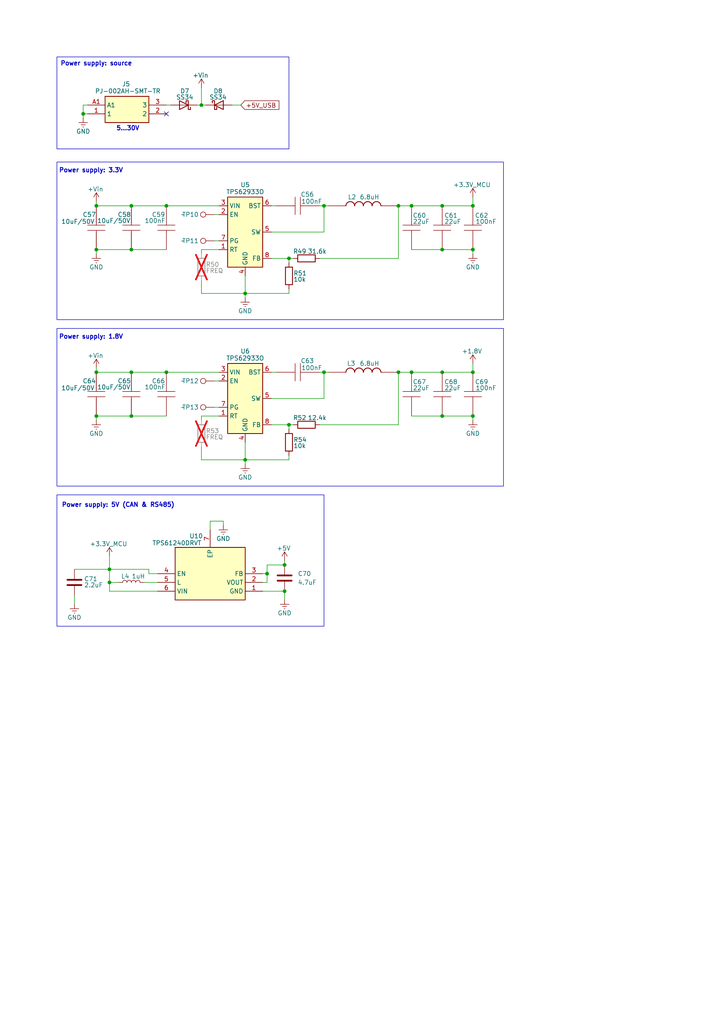
<source format=kicad_sch>
(kicad_sch (version 20231120) (generator "eeschema") (generator_version "8.0")
  (paper "A4" portrait)
  (lib_symbols
    (symbol "Connector:TestPoint" (pin_numbers hide) (pin_names (offset 0.762) hide)
      (property "Reference" "TP" (at 0 6.858 0))
      (property "Value" "TestPoint" (at 0 5.08 0))
      (symbol "TestPoint_0_1"
        (circle (center 0 3.302) (radius 0.762))
      )
      (symbol "TestPoint_1_1"
        (pin passive line (at 0 0 90) (length 2.54) (name "1") (number "1"))
      )
    )
    (symbol "Device:C" (pin_numbers hide) (pin_names (offset 0.254))
      (property "Reference" "C" (at 0.635 2.54 0))
      (property "Value" "C" (at 0.635 -2.54 0))
      (symbol "C_0_1"
        (polyline (pts (xy -2.032 -0.762) (xy 2.032 -0.762)) (stroke (width 0.508)))
        (polyline (pts (xy -2.032 0.762) (xy 2.032 0.762)) (stroke (width 0.508)))
      )
      (symbol "C_1_1"
        (pin passive line (at 0 3.81 270) (length 2.794) (name "~") (number "1"))
        (pin passive line (at 0 -3.81 90) (length 2.794) (name "~") (number "2"))
      )
    )
    (symbol "Device:L" (pin_numbers hide) (pin_names (offset 1.016) hide)
      (property "Reference" "L" (at -1.27 0 90))
      (property "Value" "L" (at 1.905 0 90))
      (symbol "L_0_1"
        (arc (start 0 -2.54) (mid 0.6323 -1.905) (end 0 -1.27))
        (arc (start 0 -1.27) (mid 0.6323 -0.635) (end 0 0))
        (arc (start 0 0) (mid 0.6323 0.635) (end 0 1.27))
        (arc (start 0 1.27) (mid 0.6323 1.905) (end 0 2.54))
      )
      (symbol "L_1_1"
        (pin passive line (at 0 3.81 270) (length 1.27) (name "1") (number "1"))
        (pin passive line (at 0 -3.81 90) (length 1.27) (name "2") (number "2"))
      )
    )
    (symbol "Device:R" (pin_numbers hide) (pin_names (offset 0))
      (property "Reference" "R" (at 2.032 0 90))
      (property "Value" "R" (at 0 0 90))
      (symbol "R_0_1"
        (rectangle (start -1.016 -2.54) (end 1.016 2.54) (stroke (width 0.254)))
      )
      (symbol "R_1_1"
        (pin passive line (at 0 3.81 270) (length 1.27) (name "~") (number "1"))
        (pin passive line (at 0 -3.81 90) (length 1.27) (name "~") (number "2"))
      )
    )
    (symbol "Diode:SS34" (pin_numbers hide) (pin_names (offset 1.016) hide)
      (property "Reference" "D" (at 0 2.54 0))
      (property "Value" "SS34" (at 0 -2.54 0))
      (symbol "SS34_0_1"
        (polyline (pts (xy 1.27 0) (xy -1.27 0)))
        (polyline (pts (xy 1.27 1.27) (xy 1.27 -1.27) (xy -1.27 0) (xy 1.27 1.27)) (stroke (width 0.254)))
        (polyline (pts (xy -1.905 0.635) (xy -1.905 1.27) (xy -1.27 1.27) (xy -1.27 -1.27) (xy -0.635 -1.27) (xy -0.635 -0.635)) (stroke (width 0.254)))
      )
      (symbol "SS34_1_1"
        (pin passive line (at -3.81 0 0) (length 2.54) (name "K") (number "1"))
        (pin passive line (at 3.81 0 180) (length 2.54) (name "A") (number "2"))
      )
    )
    (symbol "RA8M1:74438357068" (pin_numbers hide) (pin_names hide)
      (property "Reference" "L" (at 16.51 6.35 0))
      (property "Value" "74438357068" (at 16.51 3.81 0))
      (symbol "74438357068_1_1"
        (arc (start 7.62 0) (mid 6.35 1.219) (end 5.08 0) (stroke (width 0.254)))
        (arc (start 10.16 0) (mid 8.89 1.219) (end 7.62 0) (stroke (width 0.254)))
        (arc (start 12.7 0) (mid 11.43 1.219) (end 10.16 0) (stroke (width 0.254)))
        (arc (start 15.24 0) (mid 13.97 1.219) (end 12.7 0) (stroke (width 0.254)))
        (pin passive line (at 0 0 0) (length 5.08) (name "1") (number "1"))
        (pin passive line (at 20.32 0 180) (length 5.08) (name "2") (number "2"))
      )
    )
    (symbol "RA8M1:885012205092" (pin_numbers hide) (pin_names (offset 0.762))
      (property "Reference" "C" (at 8.89 6.35 0))
      (property "Value" "885012205092" (at 8.89 3.81 0))
      (symbol "885012205092_0_0"
        (pin passive line (at 0 0 0) (length 5.08) (name "~") (number "1"))
        (pin passive line (at 12.7 0 180) (length 5.08) (name "~") (number "2"))
      )
      (symbol "885012205092_0_1"
        (polyline (pts (xy 5.08 0) (xy 5.588 0)) (stroke (width 0.1524)))
        (polyline (pts (xy 5.588 2.54) (xy 5.588 -2.54)) (stroke (width 0.1524)))
        (polyline (pts (xy 7.112 0) (xy 7.62 0)) (stroke (width 0.1524)))
        (polyline (pts (xy 7.112 2.54) (xy 7.112 -2.54)) (stroke (width 0.1524)))
      )
    )
    (symbol "RA8M1:PJ-002AH-SMT-TR"
      (property "Reference" "J" (at 19.05 7.62 0))
      (property "Value" "PJ-002AH-SMT-TR" (at 19.05 5.08 0))
      (symbol "PJ-002AH-SMT-TR_1_1"
        (rectangle (start 5.08 2.54) (end 17.78 -5.08) (stroke (width 0.254)) (fill (type background)))
        (pin passive line (at 0 -2.54 0) (length 5.08) (name "1") (number "1"))
        (pin passive line (at 22.86 -2.54 180) (length 5.08) (name "2") (number "2"))
        (pin passive line (at 22.86 0 180) (length 5.08) (name "3") (number "3"))
        (pin passive line (at 0 0 0) (length 5.08) (name "A1") (number "A1"))
      )
    )
    (symbol "RA8M1:TPS61240DRVT"
      (property "Reference" "IC" (at 26.67 7.62 0))
      (property "Value" "TPS61240DRVT" (at 26.67 5.08 0))
      (symbol "TPS61240DRVT_1_1"
        (rectangle (start 5.08 2.54) (end 25.4 -12.7) (stroke (width 0.254)) (fill (type background)))
        (pin passive line (at 0 0 0) (length 5.08) (name "GND") (number "1"))
        (pin passive line (at 0 -2.54 0) (length 5.08) (name "VOUT") (number "2"))
        (pin passive line (at 0 -5.08 0) (length 5.08) (name "FB") (number "3"))
        (pin passive line (at 30.48 -5.08 180) (length 5.08) (name "EN") (number "4"))
        (pin passive line (at 30.48 -2.54 180) (length 5.08) (name "L") (number "5"))
        (pin passive line (at 30.48 0 180) (length 5.08) (name "VIN") (number "6"))
        (pin passive line (at 15.24 -17.78 90) (length 5.08) (name "EP") (number "7"))
      )
    )
    (symbol "Regulator_Switching:TPS62933O"
      (property "Reference" "U" (at 0 13.97 0))
      (property "Value" "TPS62933O" (at 0 11.43 0))
      (symbol "TPS62933O_0_1"
        (rectangle (start -5.08 10.16) (end 5.08 -10.16) (stroke (width 0.254)) (fill (type background)))
      )
      (symbol "TPS62933O_1_1"
        (pin passive line (at -7.62 -5.08 0) (length 2.54) (name "RT") (number "1"))
        (pin input line (at -7.62 5.08 0) (length 2.54) (name "EN") (number "2"))
        (pin power_in line (at -7.62 7.62 0) (length 2.54) (name "VIN") (number "3"))
        (pin power_in line (at 0 -12.7 90) (length 2.54) (name "GND") (number "4"))
        (pin output line (at 7.62 0 180) (length 2.54) (name "SW") (number "5"))
        (pin passive line (at 7.62 7.62 180) (length 2.54) (name "BST") (number "6"))
        (pin open_collector line (at -7.62 -2.54 0) (length 2.54) (name "PG") (number "7"))
        (pin input line (at 7.62 -7.62 180) (length 2.54) (name "FB") (number "8"))
      )
    )
    (symbol "power:+3.3V" (power) (pin_numbers hide) (pin_names (offset 0) hide)
      (property "Value" "+3.3V" (at 0 3.556 0))
      (symbol "+3.3V_0_1"
        (polyline (pts (xy -0.762 1.27) (xy 0 2.54)))
        (polyline (pts (xy 0 0) (xy 0 2.54)))
        (polyline (pts (xy 0 2.54) (xy 0.762 1.27)))
      )
      (symbol "+3.3V_1_1"
        (pin power_in line (at 0 0 90) (length 0) (name "~") (number "1"))
      )
    )
    (symbol "power:Earth" (power) (pin_numbers hide) (pin_names (offset 0) hide)
      (property "Value" "Earth" (at 0 -3.81 0))
      (symbol "Earth_0_1"
        (polyline (pts (xy -0.635 -1.905) (xy 0.635 -1.905)))
        (polyline (pts (xy -0.127 -2.54) (xy 0.127 -2.54)))
        (polyline (pts (xy 0 -1.27) (xy 0 0)))
        (polyline (pts (xy 1.27 -1.27) (xy -1.27 -1.27)))
      )
      (symbol "Earth_1_1"
        (pin power_in line (at 0 0 270) (length 0) (name "~") (number "1"))
      )
    )
  )
  (junction (at 38.1 59.69))
  (junction (at 24.13 33.02))
  (junction (at 38.1 107.95))
  (junction (at 31.75 168.91))
  (junction (at 27.94 72.39))
  (junction (at 82.55 163.83))
  (junction (at 93.98 107.95))
  (junction (at 128.27 72.39))
  (junction (at 93.98 59.69))
  (junction (at 82.55 171.45))
  (junction (at 115.57 59.69))
  (junction (at 27.94 59.69))
  (junction (at 119.38 107.95))
  (junction (at 137.16 120.65))
  (junction (at 119.38 59.69))
  (junction (at 38.1 120.65))
  (junction (at 31.75 165.1))
  (junction (at 128.27 107.95))
  (junction (at 83.82 123.19))
  (junction (at 58.42 30.48))
  (junction (at 128.27 59.69))
  (junction (at 27.94 107.95))
  (junction (at 71.12 85.09))
  (junction (at 77.47 166.37))
  (junction (at 137.16 59.69))
  (junction (at 83.82 74.93))
  (junction (at 48.26 107.95))
  (junction (at 38.1 72.39))
  (junction (at 128.27 120.65))
  (junction (at 27.94 120.65))
  (junction (at 71.12 133.35))
  (junction (at 137.16 107.95))
  (junction (at 48.26 59.69))
  (junction (at 137.16 72.39))
  (junction (at 115.57 107.95))
  (no_connect (at 48.26 33.02))
  (wire (pts (xy 71.12 80.01) (xy 71.12 85.09)))
  (wire (pts (xy 31.75 161.29) (xy 31.75 165.1)))
  (wire (pts (xy 58.42 30.48) (xy 59.69 30.48)))
  (wire (pts (xy 48.26 59.69) (xy 63.5 59.69)))
  (wire (pts (xy 43.18 166.37) (xy 45.72 166.37)))
  (wire (pts (xy 48.26 107.95) (xy 63.5 107.95)))
  (wire (pts (xy 67.31 30.48) (xy 69.85 30.48)))
  (wire (pts (xy 71.12 133.35) (xy 71.12 134.62)))
  (wire (pts (xy 58.42 120.65) (xy 58.42 121.92)))
  (wire (pts (xy 27.94 72.39) (xy 27.94 73.66)))
  (wire (pts (xy 83.82 132.08) (xy 83.82 133.35)))
  (wire (pts (xy 27.94 120.65) (xy 38.1 120.65)))
  (wire (pts (xy 137.16 120.65) (xy 137.16 121.92)))
  (wire (pts (xy 83.82 123.19) (xy 85.09 123.19)))
  (wire (pts (xy 137.16 72.39) (xy 137.16 73.66)))
  (wire (pts (xy 24.13 33.02) (xy 24.13 34.29)))
  (wire (pts (xy 77.47 168.91) (xy 76.2 168.91)))
  (wire (pts (xy 83.82 74.93) (xy 83.82 76.2)))
  (wire (pts (xy 27.94 106.68) (xy 27.94 107.95)))
  (wire (pts (xy 76.2 166.37) (xy 77.47 166.37)))
  (wire (pts (xy 27.94 58.42) (xy 27.94 59.69)))
  (wire (pts (xy 115.57 107.95) (xy 119.38 107.95)))
  (wire (pts (xy 31.75 165.1) (xy 31.75 168.91)))
  (wire (pts (xy 119.38 72.39) (xy 128.27 72.39)))
  (wire (pts (xy 128.27 59.69) (xy 137.16 59.69)))
  (wire (pts (xy 71.12 85.09) (xy 71.12 86.36)))
  (wire (pts (xy 27.94 120.65) (xy 27.94 121.92)))
  (wire (pts (xy 58.42 120.65) (xy 63.5 120.65)))
  (wire (pts (xy 38.1 120.65) (xy 48.26 120.65)))
  (wire (pts (xy 95.25 107.95) (xy 93.98 107.95)))
  (wire (pts (xy 58.42 30.48) (xy 57.15 30.48)))
  (wire (pts (xy 60.96 153.67) (xy 60.96 151.13)))
  (wire (pts (xy 58.42 72.39) (xy 63.5 72.39)))
  (wire (pts (xy 92.71 123.19) (xy 115.57 123.19)))
  (wire (pts (xy 83.82 85.09) (xy 71.12 85.09)))
  (wire (pts (xy 119.38 59.69) (xy 128.27 59.69)))
  (wire (pts (xy 25.4 33.02) (xy 24.13 33.02)))
  (wire (pts (xy 77.47 166.37) (xy 77.47 168.91)))
  (wire (pts (xy 58.42 133.35) (xy 71.12 133.35)))
  (wire (pts (xy 31.75 168.91) (xy 34.29 168.91)))
  (wire (pts (xy 27.94 72.39) (xy 38.1 72.39)))
  (wire (pts (xy 31.75 171.45) (xy 31.75 168.91)))
  (wire (pts (xy 93.98 107.95) (xy 92.71 107.95)))
  (wire (pts (xy 128.27 120.65) (xy 137.16 120.65)))
  (wire (pts (xy 21.59 165.1) (xy 31.75 165.1)))
  (wire (pts (xy 58.42 129.54) (xy 58.42 133.35)))
  (wire (pts (xy 82.55 162.56) (xy 82.55 163.83)))
  (wire (pts (xy 128.27 72.39) (xy 137.16 72.39)))
  (wire (pts (xy 83.82 133.35) (xy 71.12 133.35)))
  (wire (pts (xy 27.94 59.69) (xy 38.1 59.69)))
  (wire (pts (xy 78.74 107.95) (xy 80.01 107.95)))
  (wire (pts (xy 93.98 115.57) (xy 93.98 107.95)))
  (wire (pts (xy 76.2 171.45) (xy 82.55 171.45)))
  (wire (pts (xy 45.72 171.45) (xy 31.75 171.45)))
  (wire (pts (xy 78.74 74.93) (xy 83.82 74.93)))
  (wire (pts (xy 115.57 74.93) (xy 115.57 59.69)))
  (wire (pts (xy 38.1 72.39) (xy 48.26 72.39)))
  (wire (pts (xy 25.4 30.48) (xy 24.13 30.48)))
  (wire (pts (xy 119.38 120.65) (xy 128.27 120.65)))
  (wire (pts (xy 78.74 67.31) (xy 93.98 67.31)))
  (wire (pts (xy 115.57 59.69) (xy 119.38 59.69)))
  (wire (pts (xy 71.12 128.27) (xy 71.12 133.35)))
  (wire (pts (xy 62.23 62.23) (xy 63.5 62.23)))
  (wire (pts (xy 78.74 115.57) (xy 93.98 115.57)))
  (wire (pts (xy 64.77 151.13) (xy 64.77 152.4)))
  (wire (pts (xy 21.59 172.72) (xy 21.59 175.26)))
  (wire (pts (xy 58.42 25.4) (xy 58.42 30.48)))
  (wire (pts (xy 60.96 151.13) (xy 64.77 151.13)))
  (wire (pts (xy 137.16 105.41) (xy 137.16 107.95)))
  (wire (pts (xy 78.74 59.69) (xy 80.01 59.69)))
  (wire (pts (xy 38.1 107.95) (xy 48.26 107.95)))
  (wire (pts (xy 83.82 123.19) (xy 83.82 124.46)))
  (wire (pts (xy 62.23 69.85) (xy 63.5 69.85)))
  (wire (pts (xy 128.27 107.95) (xy 137.16 107.95)))
  (wire (pts (xy 62.23 110.49) (xy 63.5 110.49)))
  (wire (pts (xy 62.23 118.11) (xy 63.5 118.11)))
  (wire (pts (xy 43.18 165.1) (xy 31.75 165.1)))
  (wire (pts (xy 43.18 165.1) (xy 43.18 166.37)))
  (wire (pts (xy 58.42 81.28) (xy 58.42 85.09)))
  (wire (pts (xy 48.26 30.48) (xy 49.53 30.48)))
  (wire (pts (xy 78.74 123.19) (xy 83.82 123.19)))
  (wire (pts (xy 77.47 163.83) (xy 82.55 163.83)))
  (wire (pts (xy 92.71 74.93) (xy 115.57 74.93)))
  (wire (pts (xy 83.82 83.82) (xy 83.82 85.09)))
  (wire (pts (xy 119.38 107.95) (xy 128.27 107.95)))
  (wire (pts (xy 58.42 72.39) (xy 58.42 73.66)))
  (wire (pts (xy 77.47 166.37) (xy 77.47 163.83)))
  (wire (pts (xy 82.55 173.99) (xy 82.55 171.45)))
  (wire (pts (xy 93.98 59.69) (xy 92.71 59.69)))
  (wire (pts (xy 95.25 59.69) (xy 93.98 59.69)))
  (wire (pts (xy 137.16 57.15) (xy 137.16 59.69)))
  (wire (pts (xy 41.91 168.91) (xy 45.72 168.91)))
  (wire (pts (xy 58.42 85.09) (xy 71.12 85.09)))
  (wire (pts (xy 24.13 30.48) (xy 24.13 33.02)))
  (wire (pts (xy 115.57 123.19) (xy 115.57 107.95)))
  (wire (pts (xy 38.1 59.69) (xy 48.26 59.69)))
  (wire (pts (xy 83.82 74.93) (xy 85.09 74.93)))
  (wire (pts (xy 93.98 67.31) (xy 93.98 59.69)))
  (wire (pts (xy 27.94 107.95) (xy 38.1 107.95)))
  (rectangle (start 16.51 46.99) (end 146.05 92.71))
  (rectangle (start 16.51 95.25) (end 146.05 140.97))
  (rectangle (start 16.51 143.51) (end 93.98 181.61))
  (rectangle (start 16.51 16.51) (end 83.82 43.18))
  (text "Power supply: 5V (CAN & RS485)" (at 34.29 146.558 0) (effects (font (size 1.27 1.27) (thickness 0.254) (bold yes))))
  (text "Power supply: 3.3V" (at 26.416 49.53 0) (effects (font (size 1.27 1.27) (thickness 0.254) (bold yes))))
  (text "Power supply: source" (at 27.94 18.542 0) (effects (font (size 1.27 1.27) (thickness 0.254) (bold yes))))
  (text "Power supply: 1.8V" (at 26.416 97.79 0) (effects (font (size 1.27 1.27) (thickness 0.254) (bold yes))))
  (text "5...30V" (at 37.084 37.338 0) (effects (font (size 1.27 1.27) (thickness 0.254) (bold yes))))
  (global_label "+5V_USB" (shape input) (at 69.85 30.48 0) (property "Intersheetrefs" "${INTERSHEET_REFS}" (effects (hide yes))))
  (symbol (lib_id "Device:R") (at 83.82 80.01 0) (unit 1)
    (property "Reference" "R51" (at 85.09 79.248 0) (effects (justify left)))
    (property "Value" "10k" (at 85.09 81.026 0) (effects (justify left)))
    (property "Footprint" "Resistor_SMD:R_0402_1005Metric" (effects (hide yes)))
    (property "Description" "Resistor" (effects (hide yes)))
    (property "Manufacturer" "Würth Elektronik" (effects (hide yes)))
    (property "MPN" "560112110020" (effects (hide yes)))
  )
  (symbol (lib_id "Device:R") (at 83.82 128.27 0) (unit 1)
    (property "Reference" "R54" (at 85.09 127.508 0) (effects (justify left)))
    (property "Value" "10k" (at 85.09 129.286 0) (effects (justify left)))
    (property "Footprint" "Resistor_SMD:R_0402_1005Metric" (effects (hide yes)))
    (property "Description" "Resistor" (effects (hide yes)))
    (property "Manufacturer" "Würth Elektronik" (effects (hide yes)))
    (property "MPN" "560112110020" (effects (hide yes)))
  )
  (symbol (lib_id "power:+3.3V") (at 82.55 162.56 0) (unit 1)
    (property "Reference" "#PWR098" (effects (hide yes)))
    (property "Value" "+5V" (at 82.296 159.004 0))
    (property "Description" "Power symbol creates a global label with name \"+3.3V\"" (effects (hide yes)))
  )
  (symbol (lib_id "RA8M1:885012205092") (at 137.16 120.65 90) (unit 1)
    (property "Reference" "C69" (at 139.7 110.744 90))
    (property "Value" "100nF" (at 140.97 112.522 90))
    (property "Footprint" "Capacitor_SMD:C_0402_1005Metric" (effects (hide yes)))
    (property "Height" "0.7" (effects (hide yes)))
    (property "Manufacturer" "Wurth Elektronik" (effects (hide yes)))
    (property "MPN" "885012205092" (effects (hide yes)))
  )
  (symbol (lib_id "RA8M1:885012205092") (at 128.27 72.39 90) (unit 1)
    (property "Reference" "C61" (at 130.81 62.484 90))
    (property "Value" "22uF" (at 131.318 64.262 90))
    (property "Footprint" "Capacitor_SMD:C_0805_2012Metric" (effects (hide yes)))
    (property "Height" "0.7" (effects (hide yes)))
    (property "Manufacturer" "Wurth Elektronik" (effects (hide yes)))
    (property "MPN" "885012107005" (effects (hide yes)))
  )
  (symbol (lib_id "Device:C") (at 82.55 167.64 0) (unit 1)
    (property "Reference" "C70" (at 86.36 166.3699 0) (effects (justify left)))
    (property "Value" "4.7uF" (at 86.36 168.9099 0) (effects (justify left)))
    (property "Footprint" "Capacitor_SMD:C_0402_1005Metric" (effects (hide yes)))
    (property "Description" "Unpolarized capacitor" (effects (hide yes)))
    (property "Manufacturer" " Wurth Elektronik " (effects (hide yes)))
    (property "MPN" " 885012105008" (effects (hide yes)))
  )
  (symbol (lib_id "power:+3.3V") (at 58.42 25.4 0) (unit 1)
    (property "Reference" "#PWR084" (effects (hide yes)))
    (property "Value" "+Vin" (at 58.166 21.844 0))
    (property "Description" "Power symbol creates a global label with name \"+3.3V\"" (effects (hide yes)))
  )
  (symbol (lib_id "power:Earth") (at 82.55 173.99 0) (unit 1)
    (property "Reference" "#PWR099" (effects (hide yes)))
    (property "Value" "GND" (at 82.55 177.8 0))
    (property "Description" "Power symbol creates a global label with name \"Earth\"" (effects (hide yes)))
  )
  (symbol (lib_id "power:+3.3V") (at 137.16 105.41 0) (unit 1)
    (property "Reference" "#PWR091" (effects (hide yes)))
    (property "Value" "+1.8V" (at 136.906 101.854 0))
    (property "Description" "Power symbol creates a global label with name \"+3.3V\"" (effects (hide yes)))
  )
  (symbol (lib_id "RA8M1:PJ-002AH-SMT-TR") (at 25.4 30.48 0) (unit 1)
    (property "Reference" "J5" (at 36.576 24.384 0))
    (property "Value" "PJ-002AH-SMT-TR" (at 37.084 26.416 0))
    (property "Footprint" "RA8M1:PJ002AHSMTTR" (effects (hide yes)))
    (property "Datasheet" "https://www.sameskydevices.com/product/resource/supplyframepdf/pj-002ah-smt-tr.pdf" (effects (hide yes)))
    (property "Description" "2.0 x 6.5 mm, 5.0 A, Horizontal, Surface Mount (SMT), Dc Power Jack Connector" (effects (hide yes)))
    (property "Height" "11.1" (effects (hide yes)))
    (property "Mouser Part Number" "490-PJ-002AH-SMT-TR" (effects (hide yes)))
    (property "Mouser Price/Stock" "https://www.mouser.co.uk/ProductDetail/Same-Sky/PJ-002AH-SMT-TR?qs=WyjlAZoYn52i5LSWfoFS9w%3D%3D" (effects (hide yes)))
    (property "Manufacturer" "Same Sky" (effects (hide yes)))
    (property "MPN" "PJ-002AH-SMT-TR" (effects (hide yes)))
  )
  (symbol (lib_id "RA8M1:885012205092") (at 48.26 120.65 90) (unit 1)
    (property "Reference" "C66" (at 45.974 110.49 90))
    (property "Value" "100nF" (at 44.958 112.268 90))
    (property "Footprint" "Capacitor_SMD:C_0402_1005Metric" (effects (hide yes)))
    (property "Height" "0.7" (effects (hide yes)))
    (property "Manufacturer" "Wurth Elektronik" (effects (hide yes)))
    (property "MPN" "885012205092" (effects (hide yes)))
  )
  (symbol (lib_id "Device:R") (at 58.42 125.73 0) (unit 1) (dnp yes)
    (property "Reference" "R53" (at 59.69 124.968 0) (effects (justify left)))
    (property "Value" "FREQ" (at 59.69 126.746 0) (effects (justify left)))
    (property "Footprint" "Resistor_SMD:R_0402_1005Metric" (effects (hide yes)))
    (property "Description" "Resistor" (effects (hide yes)))
    (property "Manufacturer" "Würth Elektronik" (effects (hide yes)))
    (property "MPN" " 560112110001" (effects (hide yes)))
  )
  (symbol (lib_id "RA8M1:885012205092") (at 92.71 107.95 180) (unit 1)
    (property "Reference" "C63" (at 89.154 104.648 0))
    (property "Value" "100nF" (at 90.424 106.68 0))
    (property "Footprint" "Capacitor_SMD:C_0402_1005Metric" (effects (hide yes)))
    (property "Height" "0.7" (effects (hide yes)))
    (property "Manufacturer" "Wurth Elektronik" (effects (hide yes)))
    (property "MPN" "885012205092" (effects (hide yes)))
  )
  (symbol (lib_id "Device:R") (at 88.9 74.93 90) (unit 1)
    (property "Reference" "R49" (at 88.9 72.898 90) (effects (justify left)))
    (property "Value" "31.6k" (at 94.742 72.898 90) (effects (justify left)))
    (property "Footprint" "Resistor_SMD:R_0402_1005Metric" (effects (hide yes)))
    (property "Description" "Resistor" (effects (hide yes)))
    (property "Manufacturer" "Bourns " (effects (hide yes)))
    (property "MPN" "CR0603-FX-3162ELF" (effects (hide yes)))
  )
  (symbol (lib_id "Connector:TestPoint") (at 62.23 69.85 90) (unit 1)
    (property "Reference" "TP11" (at 57.658 69.85 90) (effects (justify left)))
    (property "Value" "~" (at 53.594 69.85 90) (effects (justify left)))
    (property "Footprint" "RA8M1:TestPoint_0.5mm" (effects (hide yes)))
    (property "Description" "test point" (effects (hide yes)))
  )
  (symbol (lib_id "power:Earth") (at 137.16 121.92 0) (unit 1)
    (property "Reference" "#PWR094" (effects (hide yes)))
    (property "Value" "GND" (at 137.16 125.73 0))
    (property "Description" "Power symbol creates a global label with name \"Earth\"" (effects (hide yes)))
  )
  (symbol (lib_id "RA8M1:885012205092") (at 137.16 72.39 90) (unit 1)
    (property "Reference" "C62" (at 139.7 62.484 90))
    (property "Value" "100nF" (at 140.97 64.262 90))
    (property "Footprint" "Capacitor_SMD:C_0402_1005Metric" (effects (hide yes)))
    (property "Height" "0.7" (effects (hide yes)))
    (property "Manufacturer" "Wurth Elektronik" (effects (hide yes)))
    (property "MPN" "885012205092" (effects (hide yes)))
  )
  (symbol (lib_id "power:Earth") (at 64.77 152.4 0) (unit 1)
    (property "Reference" "#PWR096" (effects (hide yes)))
    (property "Value" "GND" (at 64.77 156.21 0))
    (property "Description" "Power symbol creates a global label with name \"Earth\"" (effects (hide yes)))
  )
  (symbol (lib_id "power:+3.3V") (at 137.16 57.15 0) (unit 1)
    (property "Reference" "#PWR086" (effects (hide yes)))
    (property "Value" "+3.3V_MCU" (at 136.906 53.594 0))
    (property "Description" "Power symbol creates a global label with name \"+3.3V\"" (effects (hide yes)))
  )
  (symbol (lib_id "RA8M1:885012205092") (at 128.27 120.65 90) (unit 1)
    (property "Reference" "C68" (at 130.81 110.744 90))
    (property "Value" "22uF" (at 131.318 112.522 90))
    (property "Footprint" "Capacitor_SMD:C_0805_2012Metric" (effects (hide yes)))
    (property "Height" "0.7" (effects (hide yes)))
    (property "Manufacturer" "Wurth Elektronik" (effects (hide yes)))
    (property "MPN" "885012107005" (effects (hide yes)))
  )
  (symbol (lib_id "Device:R") (at 58.42 77.47 0) (unit 1) (dnp yes)
    (property "Reference" "R50" (at 59.69 76.708 0) (effects (justify left)))
    (property "Value" "FREQ" (at 59.69 78.486 0) (effects (justify left)))
    (property "Footprint" "Resistor_SMD:R_0402_1005Metric" (effects (hide yes)))
    (property "Description" "Resistor" (effects (hide yes)))
    (property "Manufacturer" "Würth Elektronik" (effects (hide yes)))
    (property "MPN" " 560112110001" (effects (hide yes)))
  )
  (symbol (lib_id "RA8M1:885012205092") (at 119.38 72.39 90) (unit 1)
    (property "Reference" "C60" (at 121.666 62.484 90))
    (property "Value" "22uF" (at 122.174 64.262 90))
    (property "Footprint" "Capacitor_SMD:C_0805_2012Metric" (effects (hide yes)))
    (property "Height" "0.7" (effects (hide yes)))
    (property "Manufacturer" "Wurth Elektronik" (effects (hide yes)))
    (property "MPN" "885012107005" (effects (hide yes)))
  )
  (symbol (lib_id "Device:C") (at 21.59 168.91 0) (unit 1)
    (property "Reference" "C71" (at 24.384 167.894 0) (effects (justify left)))
    (property "Value" "2.2uF" (at 24.384 169.672 0) (effects (justify left)))
    (property "Footprint" "Capacitor_SMD:C_0402_1005Metric" (effects (hide yes)))
    (property "Description" "Unpolarized capacitor" (effects (hide yes)))
    (property "Manufacturer" " Wurth Elektronik " (effects (hide yes)))
    (property "MPN" "885012105007 " (effects (hide yes)))
  )
  (symbol (lib_id "RA8M1:885012205092") (at 92.71 59.69 180) (unit 1)
    (property "Reference" "C56" (at 89.154 56.388 0))
    (property "Value" "100nF" (at 90.424 58.42 0))
    (property "Footprint" "Capacitor_SMD:C_0402_1005Metric" (effects (hide yes)))
    (property "Height" "0.7" (effects (hide yes)))
    (property "Manufacturer" "Wurth Elektronik" (effects (hide yes)))
    (property "MPN" "885012205092" (effects (hide yes)))
  )
  (symbol (lib_id "Regulator_Switching:TPS62933O") (at 71.12 115.57 0) (unit 1)
    (property "Reference" "U6" (at 71.12 101.854 0))
    (property "Value" "TPS62933O" (at 71.12 103.886 0))
    (property "Footprint" "Package_TO_SOT_SMD:SOT-583-8" (effects (hide yes)))
    (property "Datasheet" "https://www.ti.com/lit/ds/symlink/tps62933.pdf" (effects (hide yes)))
    (property "Description" "3.8-30V, 3A Synchronous Buck Converters with out of audio (OOA) mode and power good, SOT583-8" (effects (hide yes)))
    (property "Manufacturer" " Texas Instruments" (effects (hide yes)))
    (property "MPN" "TPS62933ODRLR " (effects (hide yes)))
  )
  (symbol (lib_id "RA8M1:74438357068") (at 95.25 59.69 0) (unit 1)
    (property "Reference" "L2" (at 102.108 57.15 0))
    (property "Value" "6.8uH" (at 107.188 57.15 0))
    (property "Footprint" "RA8M1:INDPM4141X310N" (effects (hide yes)))
    (property "Datasheet" "https://componentsearchengine.com/Datasheets/2/74438357068.pdf" (effects (hide yes)))
    (property "Description" "WURTH ELEKTRONIK - 74438357068 - Power Inductor (SMD), 6.8 H, 3 A, Shielded, 5.5 A, WE-MAPI Series, 4.1mm x 4.1mm x 3.1mm" (effects (hide yes)))
    (property "Height" "3.1" (effects (hide yes)))
    (property "Mouser Part Number" "710-74438357068" (effects (hide yes)))
    (property "Mouser Price/Stock" "https://www.mouser.co.uk/ProductDetail/Wurth-Elektronik/74438357068?qs=AQlKX63v8RtQnKHd%2FV6ePw%3D%3D" (effects (hide yes)))
    (property "Manufacturer" "Wurth Elektronik" (effects (hide yes)))
    (property "MPN" "74438357068" (effects (hide yes)))
  )
  (symbol (lib_id "power:Earth") (at 21.59 175.26 0) (unit 1)
    (property "Reference" "#PWR0100" (effects (hide yes)))
    (property "Value" "GND" (at 21.59 179.07 0))
    (property "Description" "Power symbol creates a global label with name \"Earth\"" (effects (hide yes)))
  )
  (symbol (lib_id "power:Earth") (at 27.94 121.92 0) (unit 1)
    (property "Reference" "#PWR093" (effects (hide yes)))
    (property "Value" "GND" (at 27.94 125.73 0))
    (property "Description" "Power symbol creates a global label with name \"Earth\"" (effects (hide yes)))
  )
  (symbol (lib_id "power:Earth") (at 71.12 134.62 0) (unit 1)
    (property "Reference" "#PWR095" (effects (hide yes)))
    (property "Value" "GND" (at 71.12 138.43 0))
    (property "Description" "Power symbol creates a global label with name \"Earth\"" (effects (hide yes)))
  )
  (symbol (lib_id "Device:R") (at 88.9 123.19 90) (unit 1)
    (property "Reference" "R52" (at 88.9 121.158 90) (effects (justify left)))
    (property "Value" "12.4k" (at 94.742 121.158 90) (effects (justify left)))
    (property "Footprint" "Resistor_SMD:R_0402_1005Metric" (effects (hide yes)))
    (property "Description" "Resistor" (effects (hide yes)))
    (property "Manufacturer" "Bourns " (effects (hide yes)))
    (property "MPN" "CR0402-FX-1242GLF" (effects (hide yes)))
  )
  (symbol (lib_id "power:Earth") (at 137.16 73.66 0) (unit 1)
    (property "Reference" "#PWR089" (effects (hide yes)))
    (property "Value" "GND" (at 137.16 77.47 0))
    (property "Description" "Power symbol creates a global label with name \"Earth\"" (effects (hide yes)))
  )
  (symbol (lib_id "Connector:TestPoint") (at 62.23 118.11 90) (unit 1)
    (property "Reference" "TP13" (at 57.658 118.11 90) (effects (justify left)))
    (property "Value" "~" (at 53.594 118.11 90) (effects (justify left)))
    (property "Footprint" "RA8M1:TestPoint_0.5mm" (effects (hide yes)))
    (property "Description" "test point" (effects (hide yes)))
  )
  (symbol (lib_id "Diode:SS34") (at 53.34 30.48 180) (unit 1)
    (property "Reference" "D7" (at 53.594 26.416 0))
    (property "Value" "SS34" (at 53.594 28.194 0))
    (property "Footprint" "Diode_SMD:D_SMA" (effects (hide yes)))
    (property "Datasheet" "https://www.vishay.com/docs/88751/ss32.pdf" (effects (hide yes)))
    (property "Description" "40V 3A Schottky Diode, SMA" (effects (hide yes)))
  )
  (symbol (lib_id "RA8M1:885012205092") (at 119.38 120.65 90) (unit 1)
    (property "Reference" "C67" (at 121.666 110.744 90))
    (property "Value" "22uF" (at 122.174 112.522 90))
    (property "Footprint" "Capacitor_SMD:C_0805_2012Metric" (effects (hide yes)))
    (property "Height" "0.7" (effects (hide yes)))
    (property "Manufacturer" "Wurth Elektronik" (effects (hide yes)))
    (property "MPN" "885012107005" (effects (hide yes)))
  )
  (symbol (lib_id "Connector:TestPoint") (at 62.23 110.49 90) (unit 1)
    (property "Reference" "TP12" (at 57.658 110.49 90) (effects (justify left)))
    (property "Value" "~" (at 53.594 110.49 90) (effects (justify left)))
    (property "Footprint" "RA8M1:TestPoint_0.5mm" (effects (hide yes)))
    (property "Description" "test point" (effects (hide yes)))
  )
  (symbol (lib_id "Device:L") (at 38.1 168.91 90) (unit 1)
    (property "Reference" "L4" (at 36.322 167.132 90))
    (property "Value" "1uH" (at 40.132 167.132 90))
    (property "Footprint" "Inductor_SMD:L_0603_1608Metric" (effects (hide yes)))
    (property "Description" "Inductor" (effects (hide yes)))
    (property "Manufacturer" " Wurth Elektronik " (effects (hide yes)))
    (property "MPN" "74479763210A " (effects (hide yes)))
  )
  (symbol (lib_id "RA8M1:74438357068") (at 95.25 107.95 0) (unit 1)
    (property "Reference" "L3" (at 101.854 105.41 0))
    (property "Value" "6.8uH" (at 107.188 105.41 0))
    (property "Footprint" "RA8M1:INDPM4141X310N" (effects (hide yes)))
    (property "Datasheet" "https://componentsearchengine.com/Datasheets/2/74438357068.pdf" (effects (hide yes)))
    (property "Description" "WURTH ELEKTRONIK - 74438357068 - Power Inductor (SMD), 6.8 H, 3 A, Shielded, 5.5 A, WE-MAPI Series, 4.1mm x 4.1mm x 3.1mm" (effects (hide yes)))
    (property "Height" "3.1" (effects (hide yes)))
    (property "Mouser Part Number" "710-74438357068" (effects (hide yes)))
    (property "Mouser Price/Stock" "https://www.mouser.co.uk/ProductDetail/Wurth-Elektronik/74438357068?qs=AQlKX63v8RtQnKHd%2FV6ePw%3D%3D" (effects (hide yes)))
    (property "Manufacturer" "Wurth Elektronik" (effects (hide yes)))
    (property "MPN" "74438357068" (effects (hide yes)))
  )
  (symbol (lib_id "RA8M1:885012205092") (at 27.94 72.39 90) (unit 1)
    (property "Reference" "C57" (at 25.908 62.23 90))
    (property "Value" "10uF/50V" (at 22.606 64.262 90))
    (property "Footprint" "Capacitor_SMD:C_0805_2012Metric" (effects (hide yes)))
    (property "Manufacturer" "TDK" (effects (hide yes)))
    (property "MPN" " C2012X5R1H106K125AC" (effects (hide yes)))
  )
  (symbol (lib_id "RA8M1:TPS61240DRVT") (at 76.2 171.45 180) (unit 1)
    (property "Reference" "U10" (at 56.896 155.448 0))
    (property "Value" "TPS61240DRVT" (at 51.308 157.48 0))
    (property "Footprint" "SON65P200X200X80-7N" (effects (hide yes)))
    (property "Datasheet" "https://www.ti.com/lit/gpn/TPS61240" (effects (hide yes)))
    (property "Description" "Switching Voltage Regulators 5V 400mA 4MHz Step- Up DC/DC Cnvrtr" (effects (hide yes)))
    (property "Height" "0.8" (effects (hide yes)))
    (property "Mouser Part Number" "595-TPS61240DRVT" (effects (hide yes)))
    (property "Mouser Price/Stock" "https://www.mouser.co.uk/ProductDetail/Texas-Instruments/TPS61240DRVT?qs=AFkNxQkJKALRUz1zr9qw%252BA%3D%3D" (effects (hide yes)))
    (property "Manufacturer_Name" "Texas Instruments" (effects (hide yes)))
    (property "Manufacturer_Part_Number" "TPS61240DRVT" (effects (hide yes)))
  )
  (symbol (lib_id "RA8M1:885012205092") (at 38.1 72.39 90) (unit 1)
    (property "Reference" "C58" (at 36.068 62.23 90))
    (property "Value" "10uF/50V" (at 33.02 64.008 90))
    (property "Footprint" "Capacitor_SMD:C_0805_2012Metric" (effects (hide yes)))
    (property "Manufacturer" "TDK" (effects (hide yes)))
    (property "MPN" " C2012X5R1H106K125AC" (effects (hide yes)))
  )
  (symbol (lib_id "power:Earth") (at 24.13 34.29 0) (unit 1)
    (property "Reference" "#PWR085" (effects (hide yes)))
    (property "Value" "GND" (at 24.13 38.1 0))
    (property "Description" "Power symbol creates a global label with name \"Earth\"" (effects (hide yes)))
  )
  (symbol (lib_id "Connector:TestPoint") (at 62.23 62.23 90) (unit 1)
    (property "Reference" "TP10" (at 57.658 62.23 90) (effects (justify left)))
    (property "Value" "~" (at 53.594 62.23 90) (effects (justify left)))
    (property "Footprint" "RA8M1:TestPoint_0.5mm" (effects (hide yes)))
    (property "Description" "test point" (effects (hide yes)))
  )
  (symbol (lib_id "power:+3.3V") (at 27.94 106.68 0) (unit 1)
    (property "Reference" "#PWR092" (effects (hide yes)))
    (property "Value" "+Vin" (at 27.686 103.124 0))
    (property "Description" "Power symbol creates a global label with name \"+3.3V\"" (effects (hide yes)))
  )
  (symbol (lib_id "power:+3.3V") (at 31.75 161.29 0) (unit 1)
    (property "Reference" "#PWR097" (effects (hide yes)))
    (property "Value" "+3.3V_MCU" (at 31.496 157.734 0))
    (property "Description" "Power symbol creates a global label with name \"+3.3V\"" (effects (hide yes)))
  )
  (symbol (lib_id "power:Earth") (at 27.94 73.66 0) (unit 1)
    (property "Reference" "#PWR088" (effects (hide yes)))
    (property "Value" "GND" (at 27.94 77.47 0))
    (property "Description" "Power symbol creates a global label with name \"Earth\"" (effects (hide yes)))
  )
  (symbol (lib_id "Diode:SS34") (at 63.5 30.48 0) (unit 1)
    (property "Reference" "D8" (at 63.246 26.416 0))
    (property "Value" "SS34" (at 63.246 28.194 0))
    (property "Footprint" "Diode_SMD:D_SMA" (effects (hide yes)))
    (property "Datasheet" "https://www.vishay.com/docs/88751/ss32.pdf" (effects (hide yes)))
    (property "Description" "40V 3A Schottky Diode, SMA" (effects (hide yes)))
  )
  (symbol (lib_id "RA8M1:885012205092") (at 38.1 120.65 90) (unit 1)
    (property "Reference" "C65" (at 36.068 110.49 90))
    (property "Value" "10uF/50V" (at 33.02 112.268 90))
    (property "Footprint" "Capacitor_SMD:C_0805_2012Metric" (effects (hide yes)))
    (property "Manufacturer" "TDK" (effects (hide yes)))
    (property "MPN" " C2012X5R1H106K125AC" (effects (hide yes)))
  )
  (symbol (lib_id "RA8M1:885012205092") (at 27.94 120.65 90) (unit 1)
    (property "Reference" "C64" (at 25.908 110.49 90))
    (property "Value" "10uF/50V" (at 22.606 112.522 90))
    (property "Footprint" "Capacitor_SMD:C_0805_2012Metric" (effects (hide yes)))
    (property "Manufacturer" "TDK" (effects (hide yes)))
    (property "MPN" " C2012X5R1H106K125AC" (effects (hide yes)))
  )
  (symbol (lib_id "power:+3.3V") (at 27.94 58.42 0) (unit 1)
    (property "Reference" "#PWR087" (effects (hide yes)))
    (property "Value" "+Vin" (at 27.686 54.864 0))
    (property "Description" "Power symbol creates a global label with name \"+3.3V\"" (effects (hide yes)))
  )
  (symbol (lib_id "power:Earth") (at 71.12 86.36 0) (unit 1)
    (property "Reference" "#PWR090" (effects (hide yes)))
    (property "Value" "GND" (at 71.12 90.17 0))
    (property "Description" "Power symbol creates a global label with name \"Earth\"" (effects (hide yes)))
  )
  (symbol (lib_id "RA8M1:885012205092") (at 48.26 72.39 90) (unit 1)
    (property "Reference" "C59" (at 45.974 62.23 90))
    (property "Value" "100nF" (at 44.958 64.008 90))
    (property "Footprint" "Capacitor_SMD:C_0402_1005Metric" (effects (hide yes)))
    (property "Height" "0.7" (effects (hide yes)))
    (property "Manufacturer" "Wurth Elektronik" (effects (hide yes)))
    (property "MPN" "885012205092" (effects (hide yes)))
  )
  (symbol (lib_id "Regulator_Switching:TPS62933O") (at 71.12 67.31 0) (unit 1)
    (property "Reference" "U5" (at 71.12 53.594 0))
    (property "Value" "TPS62933O" (at 71.12 55.626 0))
    (property "Footprint" "Package_TO_SOT_SMD:SOT-583-8" (effects (hide yes)))
    (property "Datasheet" "https://www.ti.com/lit/ds/symlink/tps62933.pdf" (effects (hide yes)))
    (property "Description" "3.8-30V, 3A Synchronous Buck Converters with out of audio (OOA) mode and power good, SOT583-8" (effects (hide yes)))
    (property "Manufacturer" " Texas Instruments" (effects (hide yes)))
    (property "MPN" "TPS62933ODRLR " (effects (hide yes)))
  )
)
</source>
